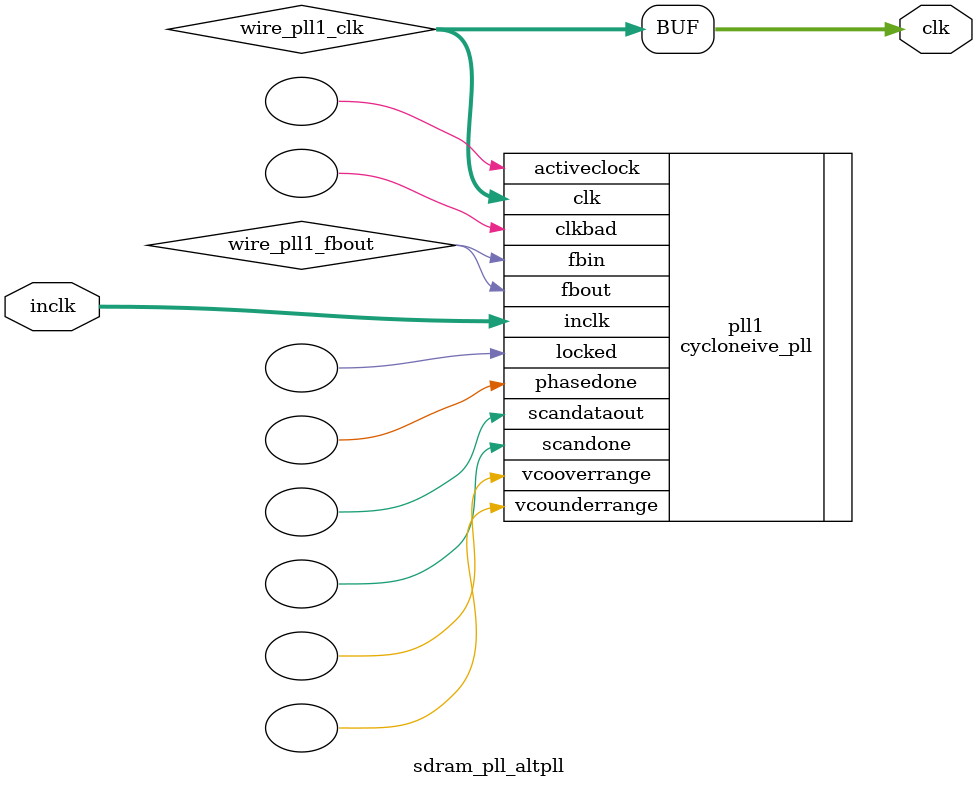
<source format=v>






//synthesis_resources = cycloneive_pll 1 
//synopsys translate_off
`timescale 1 ps / 1 ps
//synopsys translate_on
module  sdram_pll_altpll
	( 
	clk,
	inclk) /* synthesis synthesis_clearbox=1 */;
	output   [4:0]  clk;
	input   [1:0]  inclk;
`ifndef ALTERA_RESERVED_QIS
// synopsys translate_off
`endif
	tri0   [1:0]  inclk;
`ifndef ALTERA_RESERVED_QIS
// synopsys translate_on
`endif

	wire  [4:0]   wire_pll1_clk;
	wire  wire_pll1_fbout;

	cycloneive_pll   pll1
	( 
	.activeclock(),
	.clk(wire_pll1_clk),
	.clkbad(),
	.fbin(wire_pll1_fbout),
	.fbout(wire_pll1_fbout),
	.inclk(inclk),
	.locked(),
	.phasedone(),
	.scandataout(),
	.scandone(),
	.vcooverrange(),
	.vcounderrange()
	`ifndef FORMAL_VERIFICATION
	// synopsys translate_off
	`endif
	,
	.areset(1'b0),
	.clkswitch(1'b0),
	.configupdate(1'b0),
	.pfdena(1'b1),
	.phasecounterselect({3{1'b0}}),
	.phasestep(1'b0),
	.phaseupdown(1'b0),
	.scanclk(1'b0),
	.scanclkena(1'b1),
	.scandata(1'b0)
	`ifndef FORMAL_VERIFICATION
	// synopsys translate_on
	`endif
	);
	defparam
		pll1.bandwidth_type = "auto",
		pll1.clk0_divide_by = 1,
		pll1.clk0_duty_cycle = 50,
		pll1.clk0_multiply_by = 1,
		pll1.clk0_phase_shift = "-167",
		pll1.compensate_clock = "clk0",
		pll1.inclk0_input_frequency = 20000,
		pll1.operation_mode = "normal",
		pll1.pll_type = "auto",
		pll1.lpm_type = "cycloneive_pll";
	assign
		clk = {wire_pll1_clk[4:0]};
endmodule //sdram_pll_altpll
//VALID FILE

</source>
